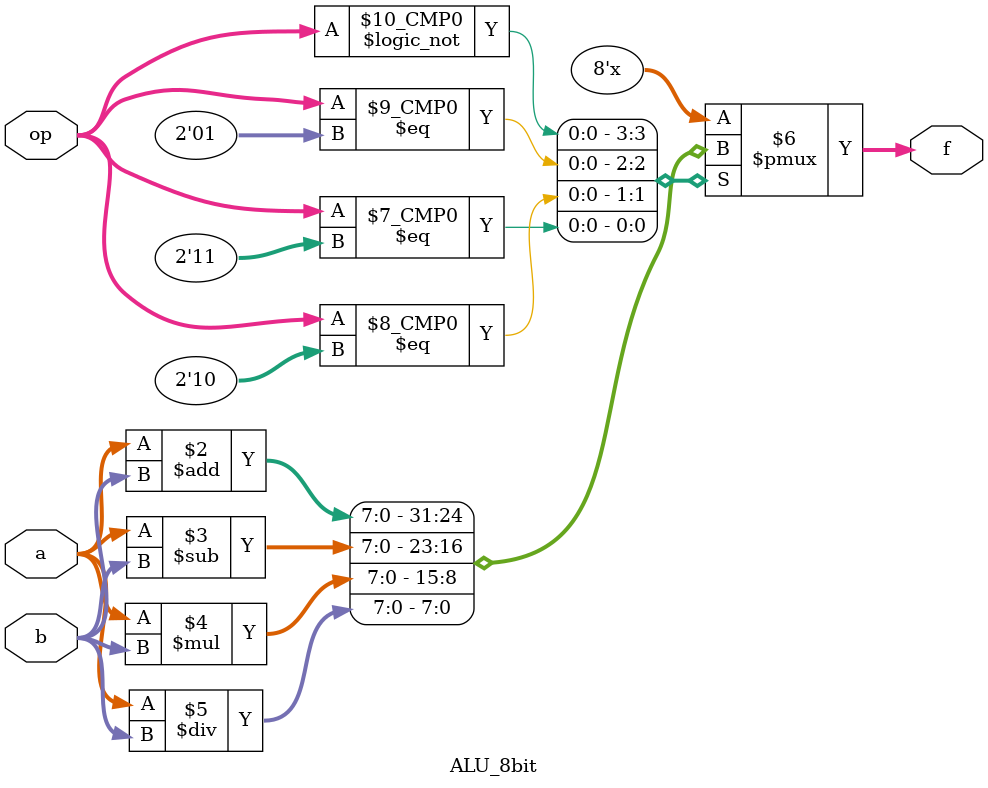
<source format=v>
module ALU_8bit(f, a, b, op);
    input [1:0] op;
    input [7:0] a,b;
    output reg [7:0]f;
    parameter ADD = 2'b00, SUB = 2'b01, MUL = 2'b10, DIV = 2'b11;
    always @(*)
        case(op)
            ADD: f=a+b;
            SUB: f=a-b;
            MUL: f=a*b;
            DIV: f=a/b;
        endcase
endmodule
</source>
